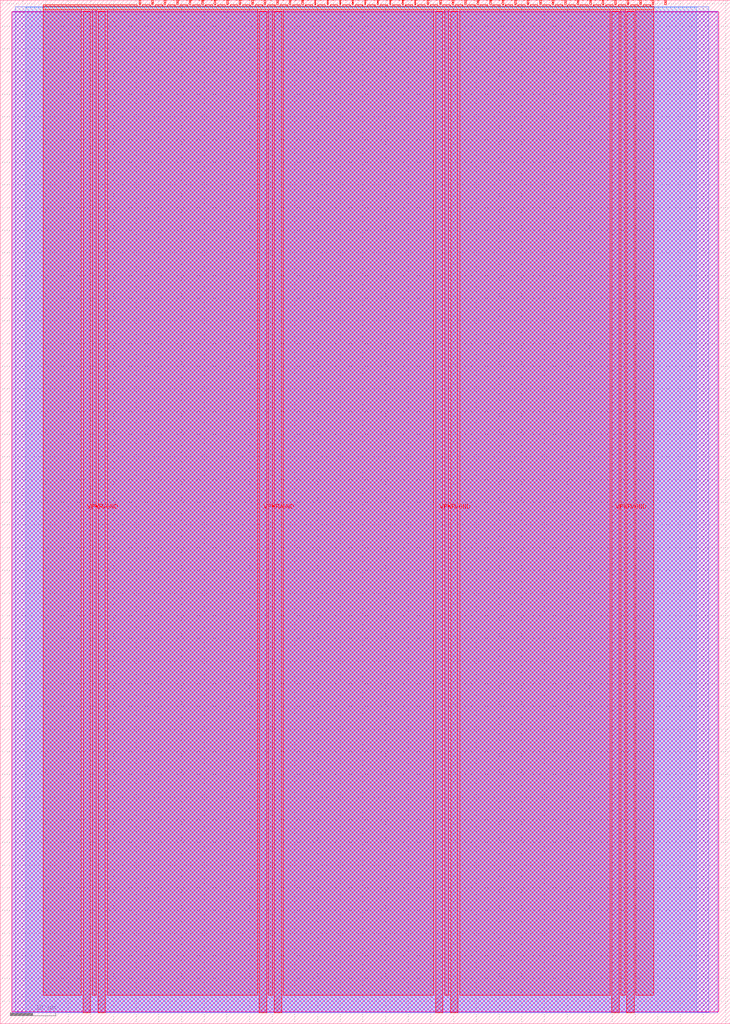
<source format=lef>
VERSION 5.7 ;
  NOWIREEXTENSIONATPIN ON ;
  DIVIDERCHAR "/" ;
  BUSBITCHARS "[]" ;
MACRO tt_um_MichaelBell_mandelbrot
  CLASS BLOCK ;
  FOREIGN tt_um_MichaelBell_mandelbrot ;
  ORIGIN 0.000 0.000 ;
  SIZE 161.000 BY 225.760 ;
  PIN VGND
    DIRECTION INOUT ;
    USE GROUND ;
    PORT
      LAYER met4 ;
        RECT 21.580 2.480 23.180 223.280 ;
    END
    PORT
      LAYER met4 ;
        RECT 60.450 2.480 62.050 223.280 ;
    END
    PORT
      LAYER met4 ;
        RECT 99.320 2.480 100.920 223.280 ;
    END
    PORT
      LAYER met4 ;
        RECT 138.190 2.480 139.790 223.280 ;
    END
  END VGND
  PIN VPWR
    DIRECTION INOUT ;
    USE POWER ;
    PORT
      LAYER met4 ;
        RECT 18.280 2.480 19.880 223.280 ;
    END
    PORT
      LAYER met4 ;
        RECT 57.150 2.480 58.750 223.280 ;
    END
    PORT
      LAYER met4 ;
        RECT 96.020 2.480 97.620 223.280 ;
    END
    PORT
      LAYER met4 ;
        RECT 134.890 2.480 136.490 223.280 ;
    END
  END VPWR
  PIN clk
    DIRECTION INPUT ;
    USE SIGNAL ;
    ANTENNAGATEAREA 0.852000 ;
    PORT
      LAYER met4 ;
        RECT 143.830 224.760 144.130 225.760 ;
    END
  END clk
  PIN ena
    DIRECTION INPUT ;
    USE SIGNAL ;
    PORT
      LAYER met4 ;
        RECT 146.590 224.760 146.890 225.760 ;
    END
  END ena
  PIN rst_n
    DIRECTION INPUT ;
    USE SIGNAL ;
    ANTENNAGATEAREA 0.159000 ;
    PORT
      LAYER met4 ;
        RECT 141.070 224.760 141.370 225.760 ;
    END
  END rst_n
  PIN ui_in[0]
    DIRECTION INPUT ;
    USE SIGNAL ;
    PORT
      LAYER met4 ;
        RECT 138.310 224.760 138.610 225.760 ;
    END
  END ui_in[0]
  PIN ui_in[1]
    DIRECTION INPUT ;
    USE SIGNAL ;
    PORT
      LAYER met4 ;
        RECT 135.550 224.760 135.850 225.760 ;
    END
  END ui_in[1]
  PIN ui_in[2]
    DIRECTION INPUT ;
    USE SIGNAL ;
    PORT
      LAYER met4 ;
        RECT 132.790 224.760 133.090 225.760 ;
    END
  END ui_in[2]
  PIN ui_in[3]
    DIRECTION INPUT ;
    USE SIGNAL ;
    PORT
      LAYER met4 ;
        RECT 130.030 224.760 130.330 225.760 ;
    END
  END ui_in[3]
  PIN ui_in[4]
    DIRECTION INPUT ;
    USE SIGNAL ;
    PORT
      LAYER met4 ;
        RECT 127.270 224.760 127.570 225.760 ;
    END
  END ui_in[4]
  PIN ui_in[5]
    DIRECTION INPUT ;
    USE SIGNAL ;
    PORT
      LAYER met4 ;
        RECT 124.510 224.760 124.810 225.760 ;
    END
  END ui_in[5]
  PIN ui_in[6]
    DIRECTION INPUT ;
    USE SIGNAL ;
    PORT
      LAYER met4 ;
        RECT 121.750 224.760 122.050 225.760 ;
    END
  END ui_in[6]
  PIN ui_in[7]
    DIRECTION INPUT ;
    USE SIGNAL ;
    PORT
      LAYER met4 ;
        RECT 118.990 224.760 119.290 225.760 ;
    END
  END ui_in[7]
  PIN uio_in[0]
    DIRECTION INPUT ;
    USE SIGNAL ;
    PORT
      LAYER met4 ;
        RECT 116.230 224.760 116.530 225.760 ;
    END
  END uio_in[0]
  PIN uio_in[1]
    DIRECTION INPUT ;
    USE SIGNAL ;
    PORT
      LAYER met4 ;
        RECT 113.470 224.760 113.770 225.760 ;
    END
  END uio_in[1]
  PIN uio_in[2]
    DIRECTION INPUT ;
    USE SIGNAL ;
    PORT
      LAYER met4 ;
        RECT 110.710 224.760 111.010 225.760 ;
    END
  END uio_in[2]
  PIN uio_in[3]
    DIRECTION INPUT ;
    USE SIGNAL ;
    PORT
      LAYER met4 ;
        RECT 107.950 224.760 108.250 225.760 ;
    END
  END uio_in[3]
  PIN uio_in[4]
    DIRECTION INPUT ;
    USE SIGNAL ;
    PORT
      LAYER met4 ;
        RECT 105.190 224.760 105.490 225.760 ;
    END
  END uio_in[4]
  PIN uio_in[5]
    DIRECTION INPUT ;
    USE SIGNAL ;
    PORT
      LAYER met4 ;
        RECT 102.430 224.760 102.730 225.760 ;
    END
  END uio_in[5]
  PIN uio_in[6]
    DIRECTION INPUT ;
    USE SIGNAL ;
    PORT
      LAYER met4 ;
        RECT 99.670 224.760 99.970 225.760 ;
    END
  END uio_in[6]
  PIN uio_in[7]
    DIRECTION INPUT ;
    USE SIGNAL ;
    PORT
      LAYER met4 ;
        RECT 96.910 224.760 97.210 225.760 ;
    END
  END uio_in[7]
  PIN uio_oe[0]
    DIRECTION OUTPUT ;
    USE SIGNAL ;
    ANTENNADIFFAREA 0.445500 ;
    PORT
      LAYER met4 ;
        RECT 49.990 224.760 50.290 225.760 ;
    END
  END uio_oe[0]
  PIN uio_oe[1]
    DIRECTION OUTPUT ;
    USE SIGNAL ;
    ANTENNADIFFAREA 0.445500 ;
    PORT
      LAYER met4 ;
        RECT 47.230 224.760 47.530 225.760 ;
    END
  END uio_oe[1]
  PIN uio_oe[2]
    DIRECTION OUTPUT ;
    USE SIGNAL ;
    ANTENNADIFFAREA 0.445500 ;
    PORT
      LAYER met4 ;
        RECT 44.470 224.760 44.770 225.760 ;
    END
  END uio_oe[2]
  PIN uio_oe[3]
    DIRECTION OUTPUT ;
    USE SIGNAL ;
    ANTENNADIFFAREA 0.445500 ;
    PORT
      LAYER met4 ;
        RECT 41.710 224.760 42.010 225.760 ;
    END
  END uio_oe[3]
  PIN uio_oe[4]
    DIRECTION OUTPUT ;
    USE SIGNAL ;
    ANTENNADIFFAREA 0.445500 ;
    PORT
      LAYER met4 ;
        RECT 38.950 224.760 39.250 225.760 ;
    END
  END uio_oe[4]
  PIN uio_oe[5]
    DIRECTION OUTPUT ;
    USE SIGNAL ;
    ANTENNADIFFAREA 0.445500 ;
    PORT
      LAYER met4 ;
        RECT 36.190 224.760 36.490 225.760 ;
    END
  END uio_oe[5]
  PIN uio_oe[6]
    DIRECTION OUTPUT ;
    USE SIGNAL ;
    ANTENNADIFFAREA 0.445500 ;
    PORT
      LAYER met4 ;
        RECT 33.430 224.760 33.730 225.760 ;
    END
  END uio_oe[6]
  PIN uio_oe[7]
    DIRECTION OUTPUT ;
    USE SIGNAL ;
    ANTENNADIFFAREA 0.445500 ;
    PORT
      LAYER met4 ;
        RECT 30.670 224.760 30.970 225.760 ;
    END
  END uio_oe[7]
  PIN uio_out[0]
    DIRECTION OUTPUT ;
    USE SIGNAL ;
    ANTENNADIFFAREA 0.445500 ;
    PORT
      LAYER met4 ;
        RECT 72.070 224.760 72.370 225.760 ;
    END
  END uio_out[0]
  PIN uio_out[1]
    DIRECTION OUTPUT ;
    USE SIGNAL ;
    ANTENNADIFFAREA 0.445500 ;
    PORT
      LAYER met4 ;
        RECT 69.310 224.760 69.610 225.760 ;
    END
  END uio_out[1]
  PIN uio_out[2]
    DIRECTION OUTPUT ;
    USE SIGNAL ;
    ANTENNADIFFAREA 0.445500 ;
    PORT
      LAYER met4 ;
        RECT 66.550 224.760 66.850 225.760 ;
    END
  END uio_out[2]
  PIN uio_out[3]
    DIRECTION OUTPUT ;
    USE SIGNAL ;
    ANTENNADIFFAREA 0.445500 ;
    PORT
      LAYER met4 ;
        RECT 63.790 224.760 64.090 225.760 ;
    END
  END uio_out[3]
  PIN uio_out[4]
    DIRECTION OUTPUT ;
    USE SIGNAL ;
    ANTENNADIFFAREA 0.445500 ;
    PORT
      LAYER met4 ;
        RECT 61.030 224.760 61.330 225.760 ;
    END
  END uio_out[4]
  PIN uio_out[5]
    DIRECTION OUTPUT ;
    USE SIGNAL ;
    ANTENNADIFFAREA 0.445500 ;
    PORT
      LAYER met4 ;
        RECT 58.270 224.760 58.570 225.760 ;
    END
  END uio_out[5]
  PIN uio_out[6]
    DIRECTION OUTPUT ;
    USE SIGNAL ;
    ANTENNADIFFAREA 0.445500 ;
    PORT
      LAYER met4 ;
        RECT 55.510 224.760 55.810 225.760 ;
    END
  END uio_out[6]
  PIN uio_out[7]
    DIRECTION OUTPUT ;
    USE SIGNAL ;
    ANTENNADIFFAREA 0.445500 ;
    PORT
      LAYER met4 ;
        RECT 52.750 224.760 53.050 225.760 ;
    END
  END uio_out[7]
  PIN uo_out[0]
    DIRECTION OUTPUT ;
    USE SIGNAL ;
    ANTENNADIFFAREA 0.453750 ;
    PORT
      LAYER met4 ;
        RECT 94.150 224.760 94.450 225.760 ;
    END
  END uo_out[0]
  PIN uo_out[1]
    DIRECTION OUTPUT ;
    USE SIGNAL ;
    ANTENNADIFFAREA 0.891000 ;
    PORT
      LAYER met4 ;
        RECT 91.390 224.760 91.690 225.760 ;
    END
  END uo_out[1]
  PIN uo_out[2]
    DIRECTION OUTPUT ;
    USE SIGNAL ;
    ANTENNADIFFAREA 0.445500 ;
    PORT
      LAYER met4 ;
        RECT 88.630 224.760 88.930 225.760 ;
    END
  END uo_out[2]
  PIN uo_out[3]
    DIRECTION OUTPUT ;
    USE SIGNAL ;
    ANTENNADIFFAREA 0.795200 ;
    PORT
      LAYER met4 ;
        RECT 85.870 224.760 86.170 225.760 ;
    END
  END uo_out[3]
  PIN uo_out[4]
    DIRECTION OUTPUT ;
    USE SIGNAL ;
    ANTENNADIFFAREA 0.453750 ;
    PORT
      LAYER met4 ;
        RECT 83.110 224.760 83.410 225.760 ;
    END
  END uo_out[4]
  PIN uo_out[5]
    DIRECTION OUTPUT ;
    USE SIGNAL ;
    ANTENNADIFFAREA 0.891000 ;
    PORT
      LAYER met4 ;
        RECT 80.350 224.760 80.650 225.760 ;
    END
  END uo_out[5]
  PIN uo_out[6]
    DIRECTION OUTPUT ;
    USE SIGNAL ;
    ANTENNADIFFAREA 0.891000 ;
    PORT
      LAYER met4 ;
        RECT 77.590 224.760 77.890 225.760 ;
    END
  END uo_out[6]
  PIN uo_out[7]
    DIRECTION OUTPUT ;
    USE SIGNAL ;
    ANTENNADIFFAREA 0.795200 ;
    PORT
      LAYER met4 ;
        RECT 74.830 224.760 75.130 225.760 ;
    END
  END uo_out[7]
  OBS
      LAYER nwell ;
        RECT 2.570 2.635 158.430 223.230 ;
      LAYER li1 ;
        RECT 2.760 2.635 158.240 223.125 ;
      LAYER met1 ;
        RECT 2.760 2.480 158.240 223.280 ;
      LAYER met2 ;
        RECT 3.320 2.535 156.300 224.245 ;
      LAYER met3 ;
        RECT 5.585 2.555 153.575 224.225 ;
      LAYER met4 ;
        RECT 9.495 224.360 30.270 224.760 ;
        RECT 31.370 224.360 33.030 224.760 ;
        RECT 34.130 224.360 35.790 224.760 ;
        RECT 36.890 224.360 38.550 224.760 ;
        RECT 39.650 224.360 41.310 224.760 ;
        RECT 42.410 224.360 44.070 224.760 ;
        RECT 45.170 224.360 46.830 224.760 ;
        RECT 47.930 224.360 49.590 224.760 ;
        RECT 50.690 224.360 52.350 224.760 ;
        RECT 53.450 224.360 55.110 224.760 ;
        RECT 56.210 224.360 57.870 224.760 ;
        RECT 58.970 224.360 60.630 224.760 ;
        RECT 61.730 224.360 63.390 224.760 ;
        RECT 64.490 224.360 66.150 224.760 ;
        RECT 67.250 224.360 68.910 224.760 ;
        RECT 70.010 224.360 71.670 224.760 ;
        RECT 72.770 224.360 74.430 224.760 ;
        RECT 75.530 224.360 77.190 224.760 ;
        RECT 78.290 224.360 79.950 224.760 ;
        RECT 81.050 224.360 82.710 224.760 ;
        RECT 83.810 224.360 85.470 224.760 ;
        RECT 86.570 224.360 88.230 224.760 ;
        RECT 89.330 224.360 90.990 224.760 ;
        RECT 92.090 224.360 93.750 224.760 ;
        RECT 94.850 224.360 96.510 224.760 ;
        RECT 97.610 224.360 99.270 224.760 ;
        RECT 100.370 224.360 102.030 224.760 ;
        RECT 103.130 224.360 104.790 224.760 ;
        RECT 105.890 224.360 107.550 224.760 ;
        RECT 108.650 224.360 110.310 224.760 ;
        RECT 111.410 224.360 113.070 224.760 ;
        RECT 114.170 224.360 115.830 224.760 ;
        RECT 116.930 224.360 118.590 224.760 ;
        RECT 119.690 224.360 121.350 224.760 ;
        RECT 122.450 224.360 124.110 224.760 ;
        RECT 125.210 224.360 126.870 224.760 ;
        RECT 127.970 224.360 129.630 224.760 ;
        RECT 130.730 224.360 132.390 224.760 ;
        RECT 133.490 224.360 135.150 224.760 ;
        RECT 136.250 224.360 137.910 224.760 ;
        RECT 139.010 224.360 140.670 224.760 ;
        RECT 141.770 224.360 143.430 224.760 ;
        RECT 9.495 223.680 144.145 224.360 ;
        RECT 9.495 6.295 17.880 223.680 ;
        RECT 20.280 6.295 21.180 223.680 ;
        RECT 23.580 6.295 56.750 223.680 ;
        RECT 59.150 6.295 60.050 223.680 ;
        RECT 62.450 6.295 95.620 223.680 ;
        RECT 98.020 6.295 98.920 223.680 ;
        RECT 101.320 6.295 134.490 223.680 ;
        RECT 136.890 6.295 137.790 223.680 ;
        RECT 140.190 6.295 144.145 223.680 ;
  END
END tt_um_MichaelBell_mandelbrot
END LIBRARY


</source>
